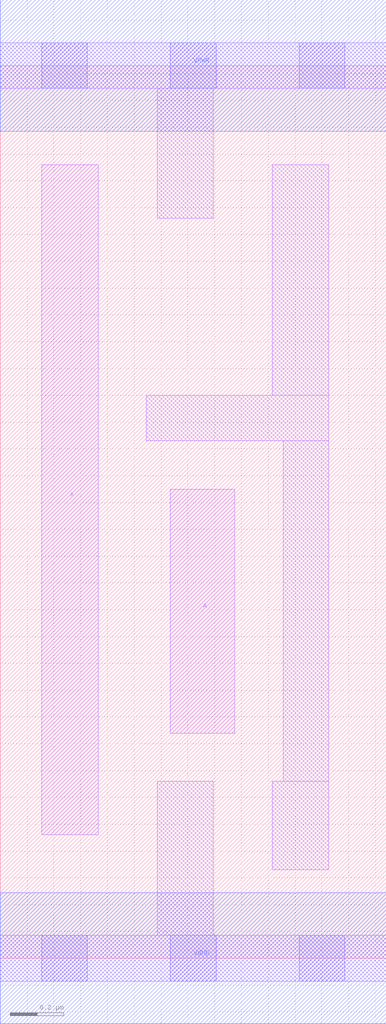
<source format=lef>
# Copyright 2020 The SkyWater PDK Authors
#
# Licensed under the Apache License, Version 2.0 (the "License");
# you may not use this file except in compliance with the License.
# You may obtain a copy of the License at
#
#     https://www.apache.org/licenses/LICENSE-2.0
#
# Unless required by applicable law or agreed to in writing, software
# distributed under the License is distributed on an "AS IS" BASIS,
# WITHOUT WARRANTIES OR CONDITIONS OF ANY KIND, either express or implied.
# See the License for the specific language governing permissions and
# limitations under the License.
#
# SPDX-License-Identifier: Apache-2.0

VERSION 5.5 ;
NAMESCASESENSITIVE ON ;
BUSBITCHARS "[]" ;
DIVIDERCHAR "/" ;
MACRO sky130_fd_sc_lp__busreceiver_m
  CLASS CORE ;
  SOURCE USER ;
  ORIGIN  0.000000  0.000000 ;
  SIZE  1.440000 BY  3.330000 ;
  SYMMETRY X Y ;
  SITE unit ;
  PIN A
    ANTENNAGATEAREA  0.126000 ;
    USE SIGNAL ;
    PORT
      LAYER li1 ;
        RECT 0.635000 0.840000 0.875000 1.750000 ;
    END
  END A
  PIN X
    ANTENNADIFFAREA  0.222600 ;
    USE SIGNAL ;
    PORT
      LAYER li1 ;
        RECT 0.155000 0.460000 0.365000 2.960000 ;
    END
  END X
  PIN VGND
    DIRECTION INOUT ;
    USE GROUND ;
    PORT
      LAYER met1 ;
        RECT 0.000000 -0.245000 1.440000 0.245000 ;
    END
  END VGND
  PIN VPWR
    DIRECTION INOUT ;
    USE POWER ;
    PORT
      LAYER met1 ;
        RECT 0.000000 3.085000 1.440000 3.575000 ;
    END
  END VPWR
  OBS
    LAYER li1 ;
      RECT 0.000000 -0.085000 1.440000 0.085000 ;
      RECT 0.000000  3.245000 1.440000 3.415000 ;
      RECT 0.545000  1.930000 1.225000 2.100000 ;
      RECT 0.585000  0.085000 0.795000 0.660000 ;
      RECT 0.585000  2.760000 0.795000 3.245000 ;
      RECT 1.015000  0.330000 1.225000 0.660000 ;
      RECT 1.015000  2.100000 1.225000 2.960000 ;
      RECT 1.055000  0.660000 1.225000 1.930000 ;
    LAYER mcon ;
      RECT 0.155000 -0.085000 0.325000 0.085000 ;
      RECT 0.155000  3.245000 0.325000 3.415000 ;
      RECT 0.635000 -0.085000 0.805000 0.085000 ;
      RECT 0.635000  3.245000 0.805000 3.415000 ;
      RECT 1.115000 -0.085000 1.285000 0.085000 ;
      RECT 1.115000  3.245000 1.285000 3.415000 ;
  END
END sky130_fd_sc_lp__busreceiver_m

</source>
